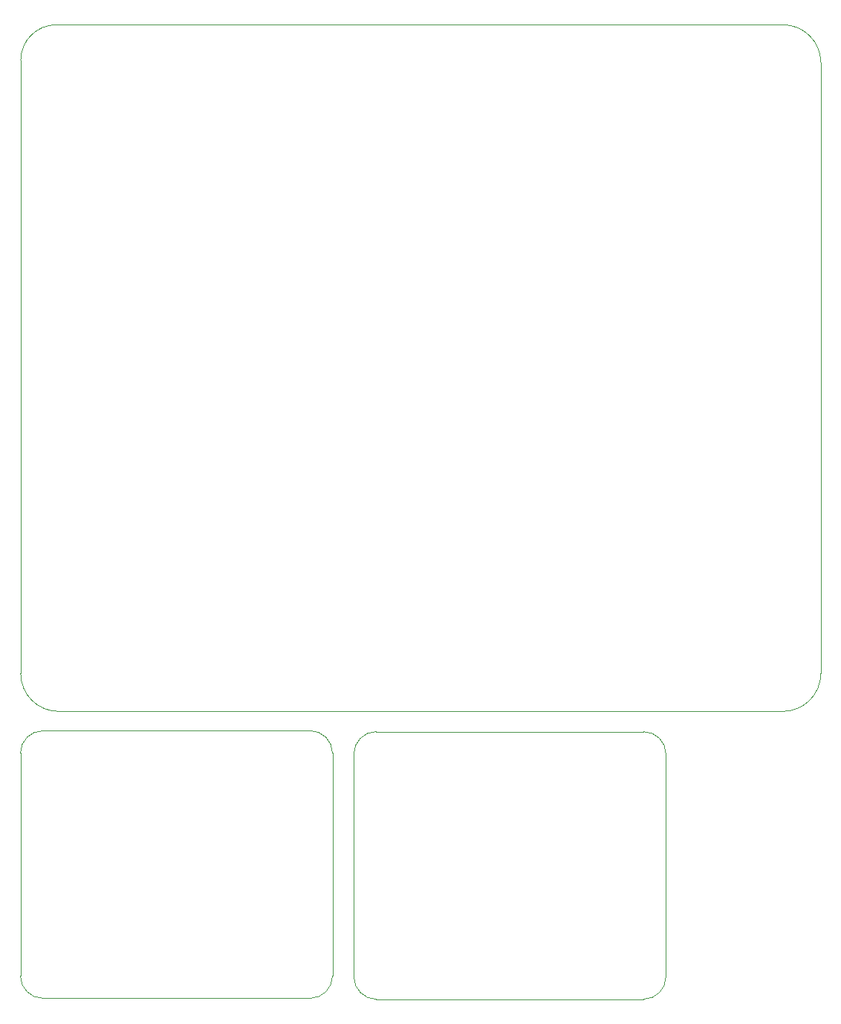
<source format=gbr>
%TF.GenerationSoftware,KiCad,Pcbnew,(6.0.9)*%
%TF.CreationDate,2022-12-12T18:33:39+01:00*%
%TF.ProjectId,hldi,686c6469-2e6b-4696-9361-645f70636258,rev?*%
%TF.SameCoordinates,Original*%
%TF.FileFunction,Profile,NP*%
%FSLAX46Y46*%
G04 Gerber Fmt 4.6, Leading zero omitted, Abs format (unit mm)*
G04 Created by KiCad (PCBNEW (6.0.9)) date 2022-12-12 18:33:39*
%MOMM*%
%LPD*%
G01*
G04 APERTURE LIST*
%TA.AperFunction,Profile*%
%ADD10C,0.100000*%
%TD*%
G04 APERTURE END LIST*
D10*
X160020000Y-154584400D02*
X160020000Y-129184400D01*
X124460000Y-129184400D02*
X124460000Y-154584400D01*
X124460000Y-154584400D02*
G75*
G03*
X127000000Y-157124400I2539997J-3D01*
G01*
X157480000Y-126644400D02*
X127000000Y-126644400D01*
X127000000Y-126644400D02*
G75*
G03*
X124460000Y-129184400I-8J-2539992D01*
G01*
X157480000Y-157124400D02*
G75*
G03*
X160020000Y-154584400I-6J2540006D01*
G01*
X160020000Y-129184400D02*
G75*
G03*
X157480000Y-126644400I-2540002J-2D01*
G01*
X127000000Y-157124400D02*
X157480000Y-157124400D01*
X177673000Y-50419000D02*
X177673000Y-120015000D01*
X86487000Y-120015000D02*
X86487000Y-50165000D01*
X90551000Y-46101000D02*
X173355000Y-46101000D01*
X119481600Y-126542800D02*
X89001600Y-126542800D01*
X86461600Y-129082800D02*
X86461600Y-154482800D01*
X119481600Y-157022796D02*
G75*
G03*
X122021600Y-154482800I0J2540000D01*
G01*
X86461596Y-154482800D02*
G75*
G03*
X89001600Y-157022800I2540004J4D01*
G01*
X86487000Y-120015000D02*
G75*
G03*
X90805000Y-124333000I4318000J0D01*
G01*
X177673000Y-50419000D02*
G75*
G03*
X173355000Y-46101000I-4318000J0D01*
G01*
X89001600Y-126542796D02*
G75*
G03*
X86461600Y-129082800I0J-2540000D01*
G01*
X90551000Y-46101000D02*
G75*
G03*
X86487000Y-50165000I0J-4064000D01*
G01*
X122021600Y-154482800D02*
X122021600Y-129082800D01*
X173355000Y-124333000D02*
X90805000Y-124333000D01*
X89001600Y-157022800D02*
X119481600Y-157022800D01*
X173355000Y-124333000D02*
G75*
G03*
X177673000Y-120015000I0J4318000D01*
G01*
X122021596Y-129082800D02*
G75*
G03*
X119481600Y-126542800I-2539996J4D01*
G01*
M02*

</source>
